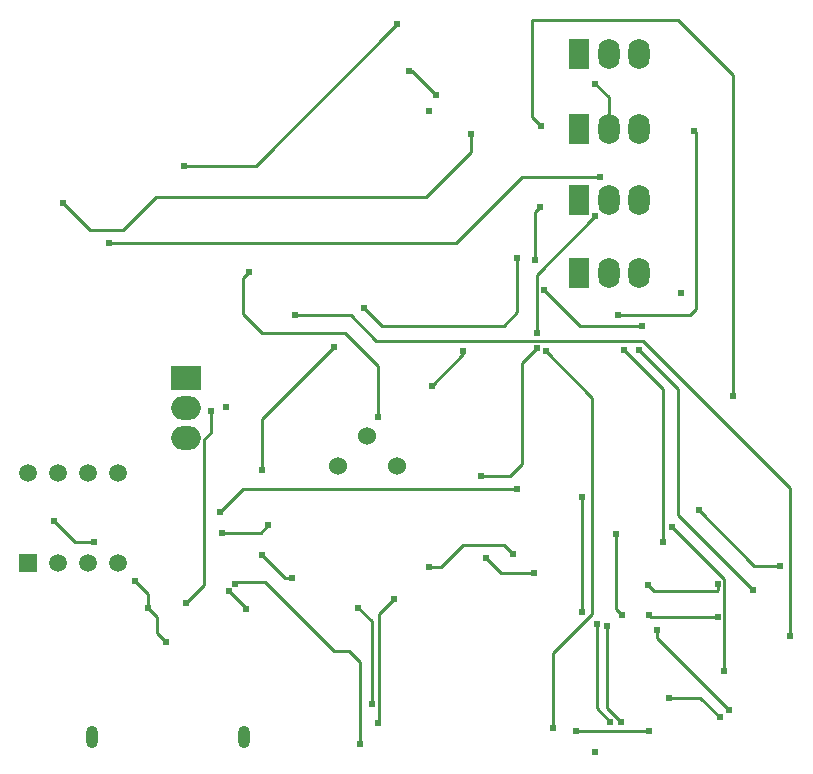
<source format=gbl>
G04 Layer: BottomLayer*
G04 EasyEDA v6.5.44, 2024-08-27 12:09:24*
G04 1dc7b83da83f4ea3951a22daee788f59,f1a1d2977d3b4f1281c114c53eaa6542,10*
G04 Gerber Generator version 0.2*
G04 Scale: 100 percent, Rotated: No, Reflected: No *
G04 Dimensions in millimeters *
G04 leading zeros omitted , absolute positions ,4 integer and 5 decimal *
%FSLAX45Y45*%
%MOMM*%

%AMMACRO1*21,1,$1,$2,0,0,$3*%
%ADD10C,0.2540*%
%ADD11C,1.5240*%
%ADD12R,1.5000X1.5000*%
%ADD13C,1.5000*%
%ADD14MACRO1,2.0015X2.4994X-90.0000*%
%ADD15O,2.4999949999999997X1.9999959999999999*%
%ADD16O,1.7999964X2.5999948*%
%ADD17R,1.8000X2.6000*%
%ADD18O,0.9999979999999999X1.8999962*%
%ADD19C,0.6200*%

%LPD*%
D10*
X6591300Y2273300D02*
G01*
X7061200Y1803400D01*
X7277100Y1803400D01*
X5283200Y4140200D02*
G01*
X5588000Y3835400D01*
X6108700Y3835400D01*
X5245100Y4838700D02*
G01*
X5207000Y4800600D01*
X5207000Y4394200D01*
X7048500Y1600200D02*
G01*
X6413500Y2235200D01*
X6413500Y3302000D01*
X6083300Y3632200D01*
X6159500Y1638300D02*
G01*
X6210300Y1587500D01*
X6743700Y1587500D01*
X6756400Y1600200D01*
X6756400Y1651000D01*
X6172200Y1384300D02*
G01*
X6184900Y1371600D01*
X6756400Y1371600D01*
X6362700Y2133600D02*
G01*
X6807200Y1689100D01*
X6807200Y914400D01*
X5943600Y1384300D02*
G01*
X5892800Y1435100D01*
X5892800Y2070100D01*
X6769100Y520700D02*
G01*
X6604000Y685800D01*
X6337300Y685800D01*
X6845300Y584200D02*
G01*
X6235700Y1193800D01*
X6235700Y1257300D01*
X5956300Y3632200D02*
G01*
X6286500Y3302000D01*
X6286500Y2006600D01*
X5257800Y5524500D02*
G01*
X5181600Y5600700D01*
X5181600Y6426200D01*
X6413500Y6426200D01*
X6807200Y6032500D01*
X6883400Y5956300D01*
X6883400Y3238500D01*
X6553200Y5486400D02*
G01*
X6565900Y5473700D01*
X6565900Y3975100D01*
X6515100Y3924300D01*
X5905500Y3924300D01*
X5219700Y3644900D02*
G01*
X5092700Y3517900D01*
X5092700Y2667000D01*
X4991100Y2565400D01*
X4749800Y2565400D01*
X5715000Y4762500D02*
G01*
X5219700Y4267200D01*
X5219700Y3771900D01*
X5295900Y3619500D02*
G01*
X5689600Y3225800D01*
X5689600Y1397000D01*
X5359400Y1066800D01*
X5359400Y431800D01*
X4330700Y3327400D02*
G01*
X4597400Y3594100D01*
X4597400Y3619500D01*
X3175000Y3924300D02*
G01*
X3644900Y3924300D01*
X3860800Y3708400D01*
X6121400Y3708400D01*
X7366000Y2463800D01*
X7366000Y1206500D01*
X2781300Y4292600D02*
G01*
X2730500Y4241800D01*
X2730500Y3937000D01*
X2895600Y3771900D01*
X3594100Y3771900D01*
X3873500Y3492500D01*
X3873500Y3060700D01*
X3759200Y3987800D02*
G01*
X3911600Y3835400D01*
X4940300Y3835400D01*
X5054600Y3949700D01*
X5054600Y4406900D01*
X2946400Y2146300D02*
G01*
X2882900Y2082800D01*
X2552700Y2082800D01*
X3505200Y3657600D02*
G01*
X2895600Y3048000D01*
X2895600Y2616200D01*
X2235200Y5189169D02*
G01*
X2839669Y5189169D01*
X4038600Y6388100D01*
X5715000Y5885561D02*
G01*
X5829300Y5771261D01*
X5829300Y5499595D01*
X4368800Y5791200D02*
G01*
X4165600Y5994400D01*
X4140200Y5994400D01*
X5842000Y482600D02*
G01*
X5727700Y596900D01*
X5727700Y1308100D01*
X5930900Y482600D02*
G01*
X5816600Y596900D01*
X5816600Y1295400D01*
X6172200Y406400D02*
G01*
X5549900Y406400D01*
X1130300Y2184400D02*
G01*
X1308100Y2006600D01*
X1473200Y2006600D01*
X1816100Y1676400D02*
G01*
X1930400Y1562100D01*
X1930400Y1447800D01*
X1930400Y1447800D02*
G01*
X2006600Y1371600D01*
X2006600Y1231900D01*
X2082800Y1155700D01*
X2616200Y1587500D02*
G01*
X2755900Y1447800D01*
X2755900Y1435100D01*
X2247900Y1485900D02*
G01*
X2400300Y1638300D01*
X2400300Y2871343D01*
X2463800Y2934843D01*
X2463800Y3111500D01*
X2667000Y1651000D02*
G01*
X2679700Y1663700D01*
X2921000Y1663700D01*
X3505200Y1079500D01*
X3632200Y1079500D01*
X3721100Y990600D01*
X3721100Y292100D01*
X2895600Y1892300D02*
G01*
X3086100Y1701800D01*
X3149600Y1701800D01*
X3708400Y1447800D02*
G01*
X3822700Y1333500D01*
X3822700Y635000D01*
X4013200Y1524000D02*
G01*
X3886200Y1397000D01*
X3886200Y1168400D01*
X3886200Y482600D01*
X3873500Y469900D01*
X1206500Y4876800D02*
G01*
X1435100Y4648200D01*
X1714500Y4648200D01*
X1993900Y4927600D01*
X4279900Y4927600D01*
X4660900Y5308600D01*
X4660900Y5461000D01*
X1600200Y4533900D02*
G01*
X4533900Y4533900D01*
X4940300Y4940300D01*
X5092700Y5092700D01*
X5753100Y5092700D01*
X4787900Y1866900D02*
G01*
X4914900Y1739900D01*
X5194300Y1739900D01*
X5600700Y2387600D02*
G01*
X5600700Y1409700D01*
X5016500Y1905000D02*
G01*
X4940300Y1981200D01*
X4597400Y1981200D01*
X4406900Y1790700D01*
X4305300Y1790700D01*
X2540000Y2260600D02*
G01*
X2730500Y2451100D01*
X5054600Y2451100D01*
D11*
G01*
X3784625Y2903016D03*
G01*
X4034586Y2653029D03*
G01*
X3534613Y2653029D03*
D12*
G01*
X914400Y1828800D03*
D13*
G01*
X1168400Y1828800D03*
G01*
X1422400Y1828800D03*
G01*
X1676400Y1828800D03*
G01*
X914400Y2590800D03*
G01*
X1168400Y2590800D03*
G01*
X1422400Y2590800D03*
G01*
X1676400Y2590800D03*
D14*
G01*
X2247900Y3390900D03*
D15*
G01*
X2247900Y2882900D03*
G01*
X2247900Y3136900D03*
D16*
G01*
X5829300Y6134582D03*
G01*
X6083300Y6133592D03*
D17*
G01*
X5575300Y6134607D03*
D16*
G01*
X5829300Y4902682D03*
G01*
X6083300Y4901692D03*
D17*
G01*
X5575300Y4902707D03*
D16*
G01*
X5829300Y5499582D03*
G01*
X6083300Y5498592D03*
D17*
G01*
X5575300Y5499607D03*
D16*
G01*
X5829300Y4280382D03*
G01*
X6083300Y4279392D03*
D17*
G01*
X5575300Y4280407D03*
D18*
G01*
X1451000Y354609D03*
G01*
X2739999Y354609D03*
D19*
G01*
X5715000Y5885561D03*
G01*
X4304436Y5651500D03*
G01*
X4368800Y5791200D03*
G01*
X4140200Y5994400D03*
G01*
X5714136Y228600D03*
G01*
X5842000Y482600D03*
G01*
X5727700Y1308100D03*
G01*
X5930900Y482600D03*
G01*
X5816600Y1295400D03*
G01*
X6172200Y406400D03*
G01*
X5549900Y406400D03*
G01*
X1130300Y2184400D03*
G01*
X1473200Y2006600D03*
G01*
X1816100Y1676400D03*
G01*
X1930400Y1447800D03*
G01*
X2082800Y1155700D03*
G01*
X2616200Y1587500D03*
G01*
X2755900Y1435100D03*
G01*
X2247900Y1485900D03*
G01*
X2463800Y3111500D03*
G01*
X2667000Y1651000D03*
G01*
X3721100Y292100D03*
G01*
X2895600Y1892300D03*
G01*
X3149600Y1701800D03*
G01*
X3708400Y1447800D03*
G01*
X3822700Y635000D03*
G01*
X4013200Y1524000D03*
G01*
X3873500Y469900D03*
G01*
X1206500Y4876800D03*
G01*
X4660900Y5461000D03*
G01*
X1600200Y4533900D03*
G01*
X5753100Y5092700D03*
G01*
X4787900Y1866900D03*
G01*
X5194300Y1739900D03*
G01*
X5600700Y2387600D03*
G01*
X5600700Y1409700D03*
G01*
X5016500Y1905000D03*
G01*
X4305300Y1790700D03*
G01*
X2540000Y2260600D03*
G01*
X5054600Y2451100D03*
G01*
X2235200Y5189169D03*
G01*
X4038600Y6388100D03*
G01*
X3505200Y3657600D03*
G01*
X2895600Y2616200D03*
G01*
X2946400Y2146300D03*
G01*
X2552700Y2082800D03*
G01*
X2590800Y3149600D03*
G01*
X3759200Y3987800D03*
G01*
X5054600Y4406900D03*
G01*
X2781300Y4292600D03*
G01*
X3873500Y3060700D03*
G01*
X3175000Y3924300D03*
G01*
X7366000Y1206500D03*
G01*
X4330700Y3327400D03*
G01*
X4597400Y3619500D03*
G01*
X5295900Y3619500D03*
G01*
X5359400Y431800D03*
G01*
X5715000Y4762500D03*
G01*
X5219700Y3771900D03*
G01*
X5219700Y3644900D03*
G01*
X4749800Y2565400D03*
G01*
X6553200Y5486400D03*
G01*
X5905500Y3924300D03*
G01*
X5257800Y5524500D03*
G01*
X6883400Y3238500D03*
G01*
X5956300Y3632200D03*
G01*
X6286500Y2006600D03*
G01*
X6845300Y584200D03*
G01*
X6235700Y1257300D03*
G01*
X6769100Y520700D03*
G01*
X6337300Y685800D03*
G01*
X5943600Y1384300D03*
G01*
X5892800Y2070100D03*
G01*
X6362700Y2133600D03*
G01*
X6807200Y914400D03*
G01*
X6172200Y1384300D03*
G01*
X6756400Y1371600D03*
G01*
X6159500Y1638300D03*
G01*
X6756400Y1651000D03*
G01*
X7048500Y1600200D03*
G01*
X6083300Y3632200D03*
G01*
X6438900Y4114800D03*
G01*
X5245100Y4838700D03*
G01*
X5207000Y4394200D03*
G01*
X5283200Y4140200D03*
G01*
X6108700Y3835400D03*
G01*
X6591300Y2273300D03*
G01*
X7277100Y1803400D03*
M02*

</source>
